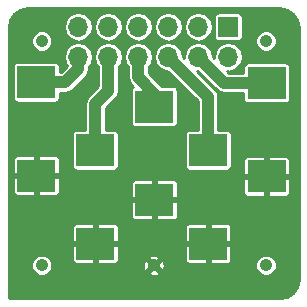
<source format=gbl>
G04 #@! TF.FileFunction,Copper,L2,Bot,Signal*
%FSLAX46Y46*%
G04 Gerber Fmt 4.6, Leading zero omitted, Abs format (unit mm)*
G04 Created by KiCad (PCBNEW 4.0.6) date Sat Aug 26 16:54:20 2017*
%MOMM*%
%LPD*%
G01*
G04 APERTURE LIST*
%ADD10C,0.100000*%
%ADD11R,3.200000X2.700000*%
%ADD12C,1.050000*%
%ADD13R,1.700000X1.700000*%
%ADD14O,1.700000X1.700000*%
%ADD15C,0.600000*%
%ADD16C,1.000000*%
%ADD17C,0.250000*%
G04 APERTURE END LIST*
D10*
D11*
X102750000Y-81300000D03*
X102750000Y-89200000D03*
X107750000Y-87050000D03*
X107750000Y-94950000D03*
X112750000Y-83350000D03*
X112750000Y-91250000D03*
X117300000Y-87050000D03*
X117300000Y-94950000D03*
X122250000Y-81350000D03*
X122250000Y-89250000D03*
D12*
X103200000Y-96800000D03*
X112700000Y-96800000D03*
X122200000Y-96800000D03*
X122200000Y-77800000D03*
X103200000Y-77800000D03*
D13*
X119000000Y-76600000D03*
D14*
X119000000Y-79140000D03*
X116460000Y-76600000D03*
X116460000Y-79140000D03*
X113920000Y-76600000D03*
X113920000Y-79140000D03*
X111380000Y-76600000D03*
X111380000Y-79140000D03*
X108840000Y-76600000D03*
X108840000Y-79140000D03*
X106300000Y-76600000D03*
X106300000Y-79140000D03*
D15*
X123500000Y-86350000D03*
X119400000Y-84700000D03*
X107500000Y-89750000D03*
X107350000Y-92650000D03*
X102050000Y-87100000D03*
X105250000Y-83650000D03*
X124300000Y-93050000D03*
D16*
X118670000Y-81350000D02*
X116460000Y-79140000D01*
X122250000Y-81350000D02*
X118670000Y-81350000D01*
X117300000Y-82520000D02*
X113920000Y-79140000D01*
X117300000Y-87050000D02*
X117300000Y-82520000D01*
X111380000Y-80880000D02*
X111380000Y-79140000D01*
X112750000Y-83350000D02*
X112750000Y-82250000D01*
X112750000Y-82250000D02*
X111380000Y-80880000D01*
X108840000Y-82010000D02*
X108840000Y-79140000D01*
X107750000Y-87050000D02*
X107750000Y-83100000D01*
X107750000Y-83100000D02*
X108840000Y-82010000D01*
X105200000Y-81300000D02*
X106300000Y-80200000D01*
X106300000Y-80200000D02*
X106300000Y-79140000D01*
X105200000Y-81300000D02*
X102750000Y-81300000D01*
D17*
G36*
X123999541Y-75152583D02*
X124507806Y-75492194D01*
X124847418Y-76000460D01*
X124975000Y-76641860D01*
X124975000Y-97958140D01*
X124847418Y-98599540D01*
X124507806Y-99107806D01*
X123999541Y-99447417D01*
X123358140Y-99575000D01*
X100425000Y-99575000D01*
X100425000Y-96978236D01*
X102299844Y-96978236D01*
X102436572Y-97309143D01*
X102689525Y-97562538D01*
X103020194Y-97699843D01*
X103378236Y-97700156D01*
X103709143Y-97563428D01*
X103808527Y-97464217D01*
X112212560Y-97464217D01*
X112266785Y-97608932D01*
X112609326Y-97713141D01*
X112965673Y-97678331D01*
X113133215Y-97608932D01*
X113187440Y-97464217D01*
X112700000Y-96976777D01*
X112212560Y-97464217D01*
X103808527Y-97464217D01*
X103962538Y-97310475D01*
X104099843Y-96979806D01*
X104100079Y-96709326D01*
X111786859Y-96709326D01*
X111821669Y-97065673D01*
X111891068Y-97233215D01*
X112035783Y-97287440D01*
X112523223Y-96800000D01*
X112876777Y-96800000D01*
X113364217Y-97287440D01*
X113508932Y-97233215D01*
X113586502Y-96978236D01*
X121299844Y-96978236D01*
X121436572Y-97309143D01*
X121689525Y-97562538D01*
X122020194Y-97699843D01*
X122378236Y-97700156D01*
X122709143Y-97563428D01*
X122962538Y-97310475D01*
X123099843Y-96979806D01*
X123100156Y-96621764D01*
X122963428Y-96290857D01*
X122710475Y-96037462D01*
X122379806Y-95900157D01*
X122021764Y-95899844D01*
X121690857Y-96036572D01*
X121437462Y-96289525D01*
X121300157Y-96620194D01*
X121299844Y-96978236D01*
X113586502Y-96978236D01*
X113613141Y-96890674D01*
X113578331Y-96534327D01*
X113508932Y-96366785D01*
X113364217Y-96312560D01*
X112876777Y-96800000D01*
X112523223Y-96800000D01*
X112035783Y-96312560D01*
X111891068Y-96366785D01*
X111786859Y-96709326D01*
X104100079Y-96709326D01*
X104100156Y-96621764D01*
X103963428Y-96290857D01*
X103710475Y-96037462D01*
X103379806Y-95900157D01*
X103021764Y-95899844D01*
X102690857Y-96036572D01*
X102437462Y-96289525D01*
X102300157Y-96620194D01*
X102299844Y-96978236D01*
X100425000Y-96978236D01*
X100425000Y-95168750D01*
X105775000Y-95168750D01*
X105775000Y-96374592D01*
X105832090Y-96512420D01*
X105937579Y-96617910D01*
X106075408Y-96675000D01*
X107531250Y-96675000D01*
X107625000Y-96581250D01*
X107625000Y-95075000D01*
X107875000Y-95075000D01*
X107875000Y-96581250D01*
X107968750Y-96675000D01*
X109424592Y-96675000D01*
X109562421Y-96617910D01*
X109667910Y-96512420D01*
X109725000Y-96374592D01*
X109725000Y-96135783D01*
X112212560Y-96135783D01*
X112700000Y-96623223D01*
X113187440Y-96135783D01*
X113133215Y-95991068D01*
X112790674Y-95886859D01*
X112434327Y-95921669D01*
X112266785Y-95991068D01*
X112212560Y-96135783D01*
X109725000Y-96135783D01*
X109725000Y-95168750D01*
X115325000Y-95168750D01*
X115325000Y-96374592D01*
X115382090Y-96512420D01*
X115487579Y-96617910D01*
X115625408Y-96675000D01*
X117081250Y-96675000D01*
X117175000Y-96581250D01*
X117175000Y-95075000D01*
X117425000Y-95075000D01*
X117425000Y-96581250D01*
X117518750Y-96675000D01*
X118974592Y-96675000D01*
X119112421Y-96617910D01*
X119217910Y-96512420D01*
X119275000Y-96374592D01*
X119275000Y-95168750D01*
X119181250Y-95075000D01*
X117425000Y-95075000D01*
X117175000Y-95075000D01*
X115418750Y-95075000D01*
X115325000Y-95168750D01*
X109725000Y-95168750D01*
X109631250Y-95075000D01*
X107875000Y-95075000D01*
X107625000Y-95075000D01*
X105868750Y-95075000D01*
X105775000Y-95168750D01*
X100425000Y-95168750D01*
X100425000Y-93525408D01*
X105775000Y-93525408D01*
X105775000Y-94731250D01*
X105868750Y-94825000D01*
X107625000Y-94825000D01*
X107625000Y-93318750D01*
X107875000Y-93318750D01*
X107875000Y-94825000D01*
X109631250Y-94825000D01*
X109725000Y-94731250D01*
X109725000Y-93525408D01*
X115325000Y-93525408D01*
X115325000Y-94731250D01*
X115418750Y-94825000D01*
X117175000Y-94825000D01*
X117175000Y-93318750D01*
X117425000Y-93318750D01*
X117425000Y-94825000D01*
X119181250Y-94825000D01*
X119275000Y-94731250D01*
X119275000Y-93525408D01*
X119217910Y-93387580D01*
X119112421Y-93282090D01*
X118974592Y-93225000D01*
X117518750Y-93225000D01*
X117425000Y-93318750D01*
X117175000Y-93318750D01*
X117081250Y-93225000D01*
X115625408Y-93225000D01*
X115487579Y-93282090D01*
X115382090Y-93387580D01*
X115325000Y-93525408D01*
X109725000Y-93525408D01*
X109667910Y-93387580D01*
X109562421Y-93282090D01*
X109424592Y-93225000D01*
X107968750Y-93225000D01*
X107875000Y-93318750D01*
X107625000Y-93318750D01*
X107531250Y-93225000D01*
X106075408Y-93225000D01*
X105937579Y-93282090D01*
X105832090Y-93387580D01*
X105775000Y-93525408D01*
X100425000Y-93525408D01*
X100425000Y-91468750D01*
X110775000Y-91468750D01*
X110775000Y-92674592D01*
X110832090Y-92812420D01*
X110937579Y-92917910D01*
X111075408Y-92975000D01*
X112531250Y-92975000D01*
X112625000Y-92881250D01*
X112625000Y-91375000D01*
X112875000Y-91375000D01*
X112875000Y-92881250D01*
X112968750Y-92975000D01*
X114424592Y-92975000D01*
X114562421Y-92917910D01*
X114667910Y-92812420D01*
X114725000Y-92674592D01*
X114725000Y-91468750D01*
X114631250Y-91375000D01*
X112875000Y-91375000D01*
X112625000Y-91375000D01*
X110868750Y-91375000D01*
X110775000Y-91468750D01*
X100425000Y-91468750D01*
X100425000Y-89418750D01*
X100775000Y-89418750D01*
X100775000Y-90624592D01*
X100832090Y-90762420D01*
X100937579Y-90867910D01*
X101075408Y-90925000D01*
X102531250Y-90925000D01*
X102625000Y-90831250D01*
X102625000Y-89325000D01*
X102875000Y-89325000D01*
X102875000Y-90831250D01*
X102968750Y-90925000D01*
X104424592Y-90925000D01*
X104562421Y-90867910D01*
X104667910Y-90762420D01*
X104725000Y-90624592D01*
X104725000Y-89825408D01*
X110775000Y-89825408D01*
X110775000Y-91031250D01*
X110868750Y-91125000D01*
X112625000Y-91125000D01*
X112625000Y-89618750D01*
X112875000Y-89618750D01*
X112875000Y-91125000D01*
X114631250Y-91125000D01*
X114725000Y-91031250D01*
X114725000Y-89825408D01*
X114667910Y-89687580D01*
X114562421Y-89582090D01*
X114424592Y-89525000D01*
X112968750Y-89525000D01*
X112875000Y-89618750D01*
X112625000Y-89618750D01*
X112531250Y-89525000D01*
X111075408Y-89525000D01*
X110937579Y-89582090D01*
X110832090Y-89687580D01*
X110775000Y-89825408D01*
X104725000Y-89825408D01*
X104725000Y-89468750D01*
X120275000Y-89468750D01*
X120275000Y-90674592D01*
X120332090Y-90812420D01*
X120437579Y-90917910D01*
X120575408Y-90975000D01*
X122031250Y-90975000D01*
X122125000Y-90881250D01*
X122125000Y-89375000D01*
X122375000Y-89375000D01*
X122375000Y-90881250D01*
X122468750Y-90975000D01*
X123924592Y-90975000D01*
X124062421Y-90917910D01*
X124167910Y-90812420D01*
X124225000Y-90674592D01*
X124225000Y-89468750D01*
X124131250Y-89375000D01*
X122375000Y-89375000D01*
X122125000Y-89375000D01*
X120368750Y-89375000D01*
X120275000Y-89468750D01*
X104725000Y-89468750D01*
X104725000Y-89418750D01*
X104631250Y-89325000D01*
X102875000Y-89325000D01*
X102625000Y-89325000D01*
X100868750Y-89325000D01*
X100775000Y-89418750D01*
X100425000Y-89418750D01*
X100425000Y-87775408D01*
X100775000Y-87775408D01*
X100775000Y-88981250D01*
X100868750Y-89075000D01*
X102625000Y-89075000D01*
X102625000Y-87568750D01*
X102875000Y-87568750D01*
X102875000Y-89075000D01*
X104631250Y-89075000D01*
X104725000Y-88981250D01*
X104725000Y-87775408D01*
X104667910Y-87637580D01*
X104562421Y-87532090D01*
X104424592Y-87475000D01*
X102968750Y-87475000D01*
X102875000Y-87568750D01*
X102625000Y-87568750D01*
X102531250Y-87475000D01*
X101075408Y-87475000D01*
X100937579Y-87532090D01*
X100832090Y-87637580D01*
X100775000Y-87775408D01*
X100425000Y-87775408D01*
X100425000Y-85700000D01*
X105767654Y-85700000D01*
X105767654Y-88400000D01*
X105793802Y-88538966D01*
X105875931Y-88666599D01*
X106001246Y-88752223D01*
X106150000Y-88782346D01*
X109350000Y-88782346D01*
X109488966Y-88756198D01*
X109616599Y-88674069D01*
X109702223Y-88548754D01*
X109732346Y-88400000D01*
X109732346Y-85700000D01*
X109706198Y-85561034D01*
X109624069Y-85433401D01*
X109498754Y-85347777D01*
X109350000Y-85317654D01*
X108625000Y-85317654D01*
X108625000Y-83462436D01*
X109458719Y-82628718D01*
X109648395Y-82344848D01*
X109715000Y-82010000D01*
X109715000Y-80017044D01*
X109971752Y-79632786D01*
X110065000Y-79163999D01*
X110065000Y-79116001D01*
X110155000Y-79116001D01*
X110155000Y-79163999D01*
X110248248Y-79632786D01*
X110505000Y-80017044D01*
X110505000Y-80880000D01*
X110568971Y-81201605D01*
X110571605Y-81214848D01*
X110761282Y-81498718D01*
X110947347Y-81684783D01*
X110883401Y-81725931D01*
X110797777Y-81851246D01*
X110767654Y-82000000D01*
X110767654Y-84700000D01*
X110793802Y-84838966D01*
X110875931Y-84966599D01*
X111001246Y-85052223D01*
X111150000Y-85082346D01*
X114350000Y-85082346D01*
X114488966Y-85056198D01*
X114616599Y-84974069D01*
X114702223Y-84848754D01*
X114732346Y-84700000D01*
X114732346Y-82000000D01*
X114706198Y-81861034D01*
X114624069Y-81733401D01*
X114498754Y-81647777D01*
X114350000Y-81617654D01*
X113355091Y-81617654D01*
X112255000Y-80517564D01*
X112255000Y-80017044D01*
X112511752Y-79632786D01*
X112605000Y-79163999D01*
X112605000Y-79116001D01*
X112695000Y-79116001D01*
X112695000Y-79163999D01*
X112788248Y-79632786D01*
X113053794Y-80030205D01*
X113451213Y-80295751D01*
X113920000Y-80388999D01*
X113929644Y-80387081D01*
X116425000Y-82882437D01*
X116425000Y-85317654D01*
X115700000Y-85317654D01*
X115561034Y-85343802D01*
X115433401Y-85425931D01*
X115347777Y-85551246D01*
X115317654Y-85700000D01*
X115317654Y-88400000D01*
X115343802Y-88538966D01*
X115425931Y-88666599D01*
X115551246Y-88752223D01*
X115700000Y-88782346D01*
X118900000Y-88782346D01*
X119038966Y-88756198D01*
X119166599Y-88674069D01*
X119252223Y-88548754D01*
X119282346Y-88400000D01*
X119282346Y-87825408D01*
X120275000Y-87825408D01*
X120275000Y-89031250D01*
X120368750Y-89125000D01*
X122125000Y-89125000D01*
X122125000Y-87618750D01*
X122375000Y-87618750D01*
X122375000Y-89125000D01*
X124131250Y-89125000D01*
X124225000Y-89031250D01*
X124225000Y-87825408D01*
X124167910Y-87687580D01*
X124062421Y-87582090D01*
X123924592Y-87525000D01*
X122468750Y-87525000D01*
X122375000Y-87618750D01*
X122125000Y-87618750D01*
X122031250Y-87525000D01*
X120575408Y-87525000D01*
X120437579Y-87582090D01*
X120332090Y-87687580D01*
X120275000Y-87825408D01*
X119282346Y-87825408D01*
X119282346Y-85700000D01*
X119256198Y-85561034D01*
X119174069Y-85433401D01*
X119048754Y-85347777D01*
X118900000Y-85317654D01*
X118175000Y-85317654D01*
X118175000Y-82520000D01*
X118108395Y-82185152D01*
X118101611Y-82174999D01*
X117918719Y-81901282D01*
X116393135Y-80375699D01*
X116460000Y-80388999D01*
X116469645Y-80387081D01*
X118051282Y-81968718D01*
X118335152Y-82158395D01*
X118670000Y-82225000D01*
X120267654Y-82225000D01*
X120267654Y-82700000D01*
X120293802Y-82838966D01*
X120375931Y-82966599D01*
X120501246Y-83052223D01*
X120650000Y-83082346D01*
X123850000Y-83082346D01*
X123988966Y-83056198D01*
X124116599Y-82974069D01*
X124202223Y-82848754D01*
X124232346Y-82700000D01*
X124232346Y-80000000D01*
X124206198Y-79861034D01*
X124124069Y-79733401D01*
X123998754Y-79647777D01*
X123850000Y-79617654D01*
X120650000Y-79617654D01*
X120511034Y-79643802D01*
X120383401Y-79725931D01*
X120297777Y-79851246D01*
X120267654Y-80000000D01*
X120267654Y-80475000D01*
X119032436Y-80475000D01*
X118933135Y-80375699D01*
X119000000Y-80388999D01*
X119468787Y-80295751D01*
X119866206Y-80030205D01*
X120131752Y-79632786D01*
X120225000Y-79163999D01*
X120225000Y-79116001D01*
X120131752Y-78647214D01*
X119866206Y-78249795D01*
X119468787Y-77984249D01*
X119438558Y-77978236D01*
X121299844Y-77978236D01*
X121436572Y-78309143D01*
X121689525Y-78562538D01*
X122020194Y-78699843D01*
X122378236Y-78700156D01*
X122709143Y-78563428D01*
X122962538Y-78310475D01*
X123099843Y-77979806D01*
X123100156Y-77621764D01*
X122963428Y-77290857D01*
X122710475Y-77037462D01*
X122379806Y-76900157D01*
X122021764Y-76899844D01*
X121690857Y-77036572D01*
X121437462Y-77289525D01*
X121300157Y-77620194D01*
X121299844Y-77978236D01*
X119438558Y-77978236D01*
X119000000Y-77891001D01*
X118531213Y-77984249D01*
X118133794Y-78249795D01*
X117868248Y-78647214D01*
X117775000Y-79116001D01*
X117775000Y-79163999D01*
X117788300Y-79230864D01*
X117685000Y-79127564D01*
X117685000Y-79116001D01*
X117591752Y-78647214D01*
X117326206Y-78249795D01*
X116928787Y-77984249D01*
X116460000Y-77891001D01*
X115991213Y-77984249D01*
X115593794Y-78249795D01*
X115328248Y-78647214D01*
X115235000Y-79116001D01*
X115235000Y-79163999D01*
X115248300Y-79230864D01*
X115145000Y-79127564D01*
X115145000Y-79116001D01*
X115051752Y-78647214D01*
X114786206Y-78249795D01*
X114388787Y-77984249D01*
X113920000Y-77891001D01*
X113451213Y-77984249D01*
X113053794Y-78249795D01*
X112788248Y-78647214D01*
X112695000Y-79116001D01*
X112605000Y-79116001D01*
X112511752Y-78647214D01*
X112246206Y-78249795D01*
X111848787Y-77984249D01*
X111380000Y-77891001D01*
X110911213Y-77984249D01*
X110513794Y-78249795D01*
X110248248Y-78647214D01*
X110155000Y-79116001D01*
X110065000Y-79116001D01*
X109971752Y-78647214D01*
X109706206Y-78249795D01*
X109308787Y-77984249D01*
X108840000Y-77891001D01*
X108371213Y-77984249D01*
X107973794Y-78249795D01*
X107708248Y-78647214D01*
X107615000Y-79116001D01*
X107615000Y-79163999D01*
X107708248Y-79632786D01*
X107965000Y-80017044D01*
X107965000Y-81647563D01*
X107131282Y-82481282D01*
X106941605Y-82765152D01*
X106875000Y-83100000D01*
X106875000Y-85317654D01*
X106150000Y-85317654D01*
X106011034Y-85343802D01*
X105883401Y-85425931D01*
X105797777Y-85551246D01*
X105767654Y-85700000D01*
X100425000Y-85700000D01*
X100425000Y-79950000D01*
X100767654Y-79950000D01*
X100767654Y-82650000D01*
X100793802Y-82788966D01*
X100875931Y-82916599D01*
X101001246Y-83002223D01*
X101150000Y-83032346D01*
X104350000Y-83032346D01*
X104488966Y-83006198D01*
X104616599Y-82924069D01*
X104702223Y-82798754D01*
X104732346Y-82650000D01*
X104732346Y-82175000D01*
X105200000Y-82175000D01*
X105534848Y-82108395D01*
X105818718Y-81918718D01*
X106918718Y-80818718D01*
X107108395Y-80534848D01*
X107175000Y-80200000D01*
X107175000Y-80017044D01*
X107431752Y-79632786D01*
X107525000Y-79163999D01*
X107525000Y-79116001D01*
X107431752Y-78647214D01*
X107166206Y-78249795D01*
X106768787Y-77984249D01*
X106300000Y-77891001D01*
X105831213Y-77984249D01*
X105433794Y-78249795D01*
X105168248Y-78647214D01*
X105075000Y-79116001D01*
X105075000Y-79163999D01*
X105168248Y-79632786D01*
X105353111Y-79909453D01*
X104837564Y-80425000D01*
X104732346Y-80425000D01*
X104732346Y-79950000D01*
X104706198Y-79811034D01*
X104624069Y-79683401D01*
X104498754Y-79597777D01*
X104350000Y-79567654D01*
X101150000Y-79567654D01*
X101011034Y-79593802D01*
X100883401Y-79675931D01*
X100797777Y-79801246D01*
X100767654Y-79950000D01*
X100425000Y-79950000D01*
X100425000Y-77978236D01*
X102299844Y-77978236D01*
X102436572Y-78309143D01*
X102689525Y-78562538D01*
X103020194Y-78699843D01*
X103378236Y-78700156D01*
X103709143Y-78563428D01*
X103962538Y-78310475D01*
X104099843Y-77979806D01*
X104100156Y-77621764D01*
X103963428Y-77290857D01*
X103710475Y-77037462D01*
X103379806Y-76900157D01*
X103021764Y-76899844D01*
X102690857Y-77036572D01*
X102437462Y-77289525D01*
X102300157Y-77620194D01*
X102299844Y-77978236D01*
X100425000Y-77978236D01*
X100425000Y-76641860D01*
X100438100Y-76576001D01*
X105075000Y-76576001D01*
X105075000Y-76623999D01*
X105168248Y-77092786D01*
X105433794Y-77490205D01*
X105831213Y-77755751D01*
X106300000Y-77848999D01*
X106768787Y-77755751D01*
X107166206Y-77490205D01*
X107431752Y-77092786D01*
X107525000Y-76623999D01*
X107525000Y-76576001D01*
X107615000Y-76576001D01*
X107615000Y-76623999D01*
X107708248Y-77092786D01*
X107973794Y-77490205D01*
X108371213Y-77755751D01*
X108840000Y-77848999D01*
X109308787Y-77755751D01*
X109706206Y-77490205D01*
X109971752Y-77092786D01*
X110065000Y-76623999D01*
X110065000Y-76576001D01*
X110155000Y-76576001D01*
X110155000Y-76623999D01*
X110248248Y-77092786D01*
X110513794Y-77490205D01*
X110911213Y-77755751D01*
X111380000Y-77848999D01*
X111848787Y-77755751D01*
X112246206Y-77490205D01*
X112511752Y-77092786D01*
X112605000Y-76623999D01*
X112605000Y-76576001D01*
X112695000Y-76576001D01*
X112695000Y-76623999D01*
X112788248Y-77092786D01*
X113053794Y-77490205D01*
X113451213Y-77755751D01*
X113920000Y-77848999D01*
X114388787Y-77755751D01*
X114786206Y-77490205D01*
X115051752Y-77092786D01*
X115145000Y-76623999D01*
X115145000Y-76576001D01*
X115235000Y-76576001D01*
X115235000Y-76623999D01*
X115328248Y-77092786D01*
X115593794Y-77490205D01*
X115991213Y-77755751D01*
X116460000Y-77848999D01*
X116928787Y-77755751D01*
X117326206Y-77490205D01*
X117591752Y-77092786D01*
X117685000Y-76623999D01*
X117685000Y-76576001D01*
X117591752Y-76107214D01*
X117353071Y-75750000D01*
X117767654Y-75750000D01*
X117767654Y-77450000D01*
X117793802Y-77588966D01*
X117875931Y-77716599D01*
X118001246Y-77802223D01*
X118150000Y-77832346D01*
X119850000Y-77832346D01*
X119988966Y-77806198D01*
X120116599Y-77724069D01*
X120202223Y-77598754D01*
X120232346Y-77450000D01*
X120232346Y-75750000D01*
X120206198Y-75611034D01*
X120124069Y-75483401D01*
X119998754Y-75397777D01*
X119850000Y-75367654D01*
X118150000Y-75367654D01*
X118011034Y-75393802D01*
X117883401Y-75475931D01*
X117797777Y-75601246D01*
X117767654Y-75750000D01*
X117353071Y-75750000D01*
X117326206Y-75709795D01*
X116928787Y-75444249D01*
X116460000Y-75351001D01*
X115991213Y-75444249D01*
X115593794Y-75709795D01*
X115328248Y-76107214D01*
X115235000Y-76576001D01*
X115145000Y-76576001D01*
X115051752Y-76107214D01*
X114786206Y-75709795D01*
X114388787Y-75444249D01*
X113920000Y-75351001D01*
X113451213Y-75444249D01*
X113053794Y-75709795D01*
X112788248Y-76107214D01*
X112695000Y-76576001D01*
X112605000Y-76576001D01*
X112511752Y-76107214D01*
X112246206Y-75709795D01*
X111848787Y-75444249D01*
X111380000Y-75351001D01*
X110911213Y-75444249D01*
X110513794Y-75709795D01*
X110248248Y-76107214D01*
X110155000Y-76576001D01*
X110065000Y-76576001D01*
X109971752Y-76107214D01*
X109706206Y-75709795D01*
X109308787Y-75444249D01*
X108840000Y-75351001D01*
X108371213Y-75444249D01*
X107973794Y-75709795D01*
X107708248Y-76107214D01*
X107615000Y-76576001D01*
X107525000Y-76576001D01*
X107431752Y-76107214D01*
X107166206Y-75709795D01*
X106768787Y-75444249D01*
X106300000Y-75351001D01*
X105831213Y-75444249D01*
X105433794Y-75709795D01*
X105168248Y-76107214D01*
X105075000Y-76576001D01*
X100438100Y-76576001D01*
X100552583Y-76000459D01*
X100892194Y-75492194D01*
X101400460Y-75152582D01*
X102041860Y-75025000D01*
X123358140Y-75025000D01*
X123999541Y-75152583D01*
X123999541Y-75152583D01*
G37*
X123999541Y-75152583D02*
X124507806Y-75492194D01*
X124847418Y-76000460D01*
X124975000Y-76641860D01*
X124975000Y-97958140D01*
X124847418Y-98599540D01*
X124507806Y-99107806D01*
X123999541Y-99447417D01*
X123358140Y-99575000D01*
X100425000Y-99575000D01*
X100425000Y-96978236D01*
X102299844Y-96978236D01*
X102436572Y-97309143D01*
X102689525Y-97562538D01*
X103020194Y-97699843D01*
X103378236Y-97700156D01*
X103709143Y-97563428D01*
X103808527Y-97464217D01*
X112212560Y-97464217D01*
X112266785Y-97608932D01*
X112609326Y-97713141D01*
X112965673Y-97678331D01*
X113133215Y-97608932D01*
X113187440Y-97464217D01*
X112700000Y-96976777D01*
X112212560Y-97464217D01*
X103808527Y-97464217D01*
X103962538Y-97310475D01*
X104099843Y-96979806D01*
X104100079Y-96709326D01*
X111786859Y-96709326D01*
X111821669Y-97065673D01*
X111891068Y-97233215D01*
X112035783Y-97287440D01*
X112523223Y-96800000D01*
X112876777Y-96800000D01*
X113364217Y-97287440D01*
X113508932Y-97233215D01*
X113586502Y-96978236D01*
X121299844Y-96978236D01*
X121436572Y-97309143D01*
X121689525Y-97562538D01*
X122020194Y-97699843D01*
X122378236Y-97700156D01*
X122709143Y-97563428D01*
X122962538Y-97310475D01*
X123099843Y-96979806D01*
X123100156Y-96621764D01*
X122963428Y-96290857D01*
X122710475Y-96037462D01*
X122379806Y-95900157D01*
X122021764Y-95899844D01*
X121690857Y-96036572D01*
X121437462Y-96289525D01*
X121300157Y-96620194D01*
X121299844Y-96978236D01*
X113586502Y-96978236D01*
X113613141Y-96890674D01*
X113578331Y-96534327D01*
X113508932Y-96366785D01*
X113364217Y-96312560D01*
X112876777Y-96800000D01*
X112523223Y-96800000D01*
X112035783Y-96312560D01*
X111891068Y-96366785D01*
X111786859Y-96709326D01*
X104100079Y-96709326D01*
X104100156Y-96621764D01*
X103963428Y-96290857D01*
X103710475Y-96037462D01*
X103379806Y-95900157D01*
X103021764Y-95899844D01*
X102690857Y-96036572D01*
X102437462Y-96289525D01*
X102300157Y-96620194D01*
X102299844Y-96978236D01*
X100425000Y-96978236D01*
X100425000Y-95168750D01*
X105775000Y-95168750D01*
X105775000Y-96374592D01*
X105832090Y-96512420D01*
X105937579Y-96617910D01*
X106075408Y-96675000D01*
X107531250Y-96675000D01*
X107625000Y-96581250D01*
X107625000Y-95075000D01*
X107875000Y-95075000D01*
X107875000Y-96581250D01*
X107968750Y-96675000D01*
X109424592Y-96675000D01*
X109562421Y-96617910D01*
X109667910Y-96512420D01*
X109725000Y-96374592D01*
X109725000Y-96135783D01*
X112212560Y-96135783D01*
X112700000Y-96623223D01*
X113187440Y-96135783D01*
X113133215Y-95991068D01*
X112790674Y-95886859D01*
X112434327Y-95921669D01*
X112266785Y-95991068D01*
X112212560Y-96135783D01*
X109725000Y-96135783D01*
X109725000Y-95168750D01*
X115325000Y-95168750D01*
X115325000Y-96374592D01*
X115382090Y-96512420D01*
X115487579Y-96617910D01*
X115625408Y-96675000D01*
X117081250Y-96675000D01*
X117175000Y-96581250D01*
X117175000Y-95075000D01*
X117425000Y-95075000D01*
X117425000Y-96581250D01*
X117518750Y-96675000D01*
X118974592Y-96675000D01*
X119112421Y-96617910D01*
X119217910Y-96512420D01*
X119275000Y-96374592D01*
X119275000Y-95168750D01*
X119181250Y-95075000D01*
X117425000Y-95075000D01*
X117175000Y-95075000D01*
X115418750Y-95075000D01*
X115325000Y-95168750D01*
X109725000Y-95168750D01*
X109631250Y-95075000D01*
X107875000Y-95075000D01*
X107625000Y-95075000D01*
X105868750Y-95075000D01*
X105775000Y-95168750D01*
X100425000Y-95168750D01*
X100425000Y-93525408D01*
X105775000Y-93525408D01*
X105775000Y-94731250D01*
X105868750Y-94825000D01*
X107625000Y-94825000D01*
X107625000Y-93318750D01*
X107875000Y-93318750D01*
X107875000Y-94825000D01*
X109631250Y-94825000D01*
X109725000Y-94731250D01*
X109725000Y-93525408D01*
X115325000Y-93525408D01*
X115325000Y-94731250D01*
X115418750Y-94825000D01*
X117175000Y-94825000D01*
X117175000Y-93318750D01*
X117425000Y-93318750D01*
X117425000Y-94825000D01*
X119181250Y-94825000D01*
X119275000Y-94731250D01*
X119275000Y-93525408D01*
X119217910Y-93387580D01*
X119112421Y-93282090D01*
X118974592Y-93225000D01*
X117518750Y-93225000D01*
X117425000Y-93318750D01*
X117175000Y-93318750D01*
X117081250Y-93225000D01*
X115625408Y-93225000D01*
X115487579Y-93282090D01*
X115382090Y-93387580D01*
X115325000Y-93525408D01*
X109725000Y-93525408D01*
X109667910Y-93387580D01*
X109562421Y-93282090D01*
X109424592Y-93225000D01*
X107968750Y-93225000D01*
X107875000Y-93318750D01*
X107625000Y-93318750D01*
X107531250Y-93225000D01*
X106075408Y-93225000D01*
X105937579Y-93282090D01*
X105832090Y-93387580D01*
X105775000Y-93525408D01*
X100425000Y-93525408D01*
X100425000Y-91468750D01*
X110775000Y-91468750D01*
X110775000Y-92674592D01*
X110832090Y-92812420D01*
X110937579Y-92917910D01*
X111075408Y-92975000D01*
X112531250Y-92975000D01*
X112625000Y-92881250D01*
X112625000Y-91375000D01*
X112875000Y-91375000D01*
X112875000Y-92881250D01*
X112968750Y-92975000D01*
X114424592Y-92975000D01*
X114562421Y-92917910D01*
X114667910Y-92812420D01*
X114725000Y-92674592D01*
X114725000Y-91468750D01*
X114631250Y-91375000D01*
X112875000Y-91375000D01*
X112625000Y-91375000D01*
X110868750Y-91375000D01*
X110775000Y-91468750D01*
X100425000Y-91468750D01*
X100425000Y-89418750D01*
X100775000Y-89418750D01*
X100775000Y-90624592D01*
X100832090Y-90762420D01*
X100937579Y-90867910D01*
X101075408Y-90925000D01*
X102531250Y-90925000D01*
X102625000Y-90831250D01*
X102625000Y-89325000D01*
X102875000Y-89325000D01*
X102875000Y-90831250D01*
X102968750Y-90925000D01*
X104424592Y-90925000D01*
X104562421Y-90867910D01*
X104667910Y-90762420D01*
X104725000Y-90624592D01*
X104725000Y-89825408D01*
X110775000Y-89825408D01*
X110775000Y-91031250D01*
X110868750Y-91125000D01*
X112625000Y-91125000D01*
X112625000Y-89618750D01*
X112875000Y-89618750D01*
X112875000Y-91125000D01*
X114631250Y-91125000D01*
X114725000Y-91031250D01*
X114725000Y-89825408D01*
X114667910Y-89687580D01*
X114562421Y-89582090D01*
X114424592Y-89525000D01*
X112968750Y-89525000D01*
X112875000Y-89618750D01*
X112625000Y-89618750D01*
X112531250Y-89525000D01*
X111075408Y-89525000D01*
X110937579Y-89582090D01*
X110832090Y-89687580D01*
X110775000Y-89825408D01*
X104725000Y-89825408D01*
X104725000Y-89468750D01*
X120275000Y-89468750D01*
X120275000Y-90674592D01*
X120332090Y-90812420D01*
X120437579Y-90917910D01*
X120575408Y-90975000D01*
X122031250Y-90975000D01*
X122125000Y-90881250D01*
X122125000Y-89375000D01*
X122375000Y-89375000D01*
X122375000Y-90881250D01*
X122468750Y-90975000D01*
X123924592Y-90975000D01*
X124062421Y-90917910D01*
X124167910Y-90812420D01*
X124225000Y-90674592D01*
X124225000Y-89468750D01*
X124131250Y-89375000D01*
X122375000Y-89375000D01*
X122125000Y-89375000D01*
X120368750Y-89375000D01*
X120275000Y-89468750D01*
X104725000Y-89468750D01*
X104725000Y-89418750D01*
X104631250Y-89325000D01*
X102875000Y-89325000D01*
X102625000Y-89325000D01*
X100868750Y-89325000D01*
X100775000Y-89418750D01*
X100425000Y-89418750D01*
X100425000Y-87775408D01*
X100775000Y-87775408D01*
X100775000Y-88981250D01*
X100868750Y-89075000D01*
X102625000Y-89075000D01*
X102625000Y-87568750D01*
X102875000Y-87568750D01*
X102875000Y-89075000D01*
X104631250Y-89075000D01*
X104725000Y-88981250D01*
X104725000Y-87775408D01*
X104667910Y-87637580D01*
X104562421Y-87532090D01*
X104424592Y-87475000D01*
X102968750Y-87475000D01*
X102875000Y-87568750D01*
X102625000Y-87568750D01*
X102531250Y-87475000D01*
X101075408Y-87475000D01*
X100937579Y-87532090D01*
X100832090Y-87637580D01*
X100775000Y-87775408D01*
X100425000Y-87775408D01*
X100425000Y-85700000D01*
X105767654Y-85700000D01*
X105767654Y-88400000D01*
X105793802Y-88538966D01*
X105875931Y-88666599D01*
X106001246Y-88752223D01*
X106150000Y-88782346D01*
X109350000Y-88782346D01*
X109488966Y-88756198D01*
X109616599Y-88674069D01*
X109702223Y-88548754D01*
X109732346Y-88400000D01*
X109732346Y-85700000D01*
X109706198Y-85561034D01*
X109624069Y-85433401D01*
X109498754Y-85347777D01*
X109350000Y-85317654D01*
X108625000Y-85317654D01*
X108625000Y-83462436D01*
X109458719Y-82628718D01*
X109648395Y-82344848D01*
X109715000Y-82010000D01*
X109715000Y-80017044D01*
X109971752Y-79632786D01*
X110065000Y-79163999D01*
X110065000Y-79116001D01*
X110155000Y-79116001D01*
X110155000Y-79163999D01*
X110248248Y-79632786D01*
X110505000Y-80017044D01*
X110505000Y-80880000D01*
X110568971Y-81201605D01*
X110571605Y-81214848D01*
X110761282Y-81498718D01*
X110947347Y-81684783D01*
X110883401Y-81725931D01*
X110797777Y-81851246D01*
X110767654Y-82000000D01*
X110767654Y-84700000D01*
X110793802Y-84838966D01*
X110875931Y-84966599D01*
X111001246Y-85052223D01*
X111150000Y-85082346D01*
X114350000Y-85082346D01*
X114488966Y-85056198D01*
X114616599Y-84974069D01*
X114702223Y-84848754D01*
X114732346Y-84700000D01*
X114732346Y-82000000D01*
X114706198Y-81861034D01*
X114624069Y-81733401D01*
X114498754Y-81647777D01*
X114350000Y-81617654D01*
X113355091Y-81617654D01*
X112255000Y-80517564D01*
X112255000Y-80017044D01*
X112511752Y-79632786D01*
X112605000Y-79163999D01*
X112605000Y-79116001D01*
X112695000Y-79116001D01*
X112695000Y-79163999D01*
X112788248Y-79632786D01*
X113053794Y-80030205D01*
X113451213Y-80295751D01*
X113920000Y-80388999D01*
X113929644Y-80387081D01*
X116425000Y-82882437D01*
X116425000Y-85317654D01*
X115700000Y-85317654D01*
X115561034Y-85343802D01*
X115433401Y-85425931D01*
X115347777Y-85551246D01*
X115317654Y-85700000D01*
X115317654Y-88400000D01*
X115343802Y-88538966D01*
X115425931Y-88666599D01*
X115551246Y-88752223D01*
X115700000Y-88782346D01*
X118900000Y-88782346D01*
X119038966Y-88756198D01*
X119166599Y-88674069D01*
X119252223Y-88548754D01*
X119282346Y-88400000D01*
X119282346Y-87825408D01*
X120275000Y-87825408D01*
X120275000Y-89031250D01*
X120368750Y-89125000D01*
X122125000Y-89125000D01*
X122125000Y-87618750D01*
X122375000Y-87618750D01*
X122375000Y-89125000D01*
X124131250Y-89125000D01*
X124225000Y-89031250D01*
X124225000Y-87825408D01*
X124167910Y-87687580D01*
X124062421Y-87582090D01*
X123924592Y-87525000D01*
X122468750Y-87525000D01*
X122375000Y-87618750D01*
X122125000Y-87618750D01*
X122031250Y-87525000D01*
X120575408Y-87525000D01*
X120437579Y-87582090D01*
X120332090Y-87687580D01*
X120275000Y-87825408D01*
X119282346Y-87825408D01*
X119282346Y-85700000D01*
X119256198Y-85561034D01*
X119174069Y-85433401D01*
X119048754Y-85347777D01*
X118900000Y-85317654D01*
X118175000Y-85317654D01*
X118175000Y-82520000D01*
X118108395Y-82185152D01*
X118101611Y-82174999D01*
X117918719Y-81901282D01*
X116393135Y-80375699D01*
X116460000Y-80388999D01*
X116469645Y-80387081D01*
X118051282Y-81968718D01*
X118335152Y-82158395D01*
X118670000Y-82225000D01*
X120267654Y-82225000D01*
X120267654Y-82700000D01*
X120293802Y-82838966D01*
X120375931Y-82966599D01*
X120501246Y-83052223D01*
X120650000Y-83082346D01*
X123850000Y-83082346D01*
X123988966Y-83056198D01*
X124116599Y-82974069D01*
X124202223Y-82848754D01*
X124232346Y-82700000D01*
X124232346Y-80000000D01*
X124206198Y-79861034D01*
X124124069Y-79733401D01*
X123998754Y-79647777D01*
X123850000Y-79617654D01*
X120650000Y-79617654D01*
X120511034Y-79643802D01*
X120383401Y-79725931D01*
X120297777Y-79851246D01*
X120267654Y-80000000D01*
X120267654Y-80475000D01*
X119032436Y-80475000D01*
X118933135Y-80375699D01*
X119000000Y-80388999D01*
X119468787Y-80295751D01*
X119866206Y-80030205D01*
X120131752Y-79632786D01*
X120225000Y-79163999D01*
X120225000Y-79116001D01*
X120131752Y-78647214D01*
X119866206Y-78249795D01*
X119468787Y-77984249D01*
X119438558Y-77978236D01*
X121299844Y-77978236D01*
X121436572Y-78309143D01*
X121689525Y-78562538D01*
X122020194Y-78699843D01*
X122378236Y-78700156D01*
X122709143Y-78563428D01*
X122962538Y-78310475D01*
X123099843Y-77979806D01*
X123100156Y-77621764D01*
X122963428Y-77290857D01*
X122710475Y-77037462D01*
X122379806Y-76900157D01*
X122021764Y-76899844D01*
X121690857Y-77036572D01*
X121437462Y-77289525D01*
X121300157Y-77620194D01*
X121299844Y-77978236D01*
X119438558Y-77978236D01*
X119000000Y-77891001D01*
X118531213Y-77984249D01*
X118133794Y-78249795D01*
X117868248Y-78647214D01*
X117775000Y-79116001D01*
X117775000Y-79163999D01*
X117788300Y-79230864D01*
X117685000Y-79127564D01*
X117685000Y-79116001D01*
X117591752Y-78647214D01*
X117326206Y-78249795D01*
X116928787Y-77984249D01*
X116460000Y-77891001D01*
X115991213Y-77984249D01*
X115593794Y-78249795D01*
X115328248Y-78647214D01*
X115235000Y-79116001D01*
X115235000Y-79163999D01*
X115248300Y-79230864D01*
X115145000Y-79127564D01*
X115145000Y-79116001D01*
X115051752Y-78647214D01*
X114786206Y-78249795D01*
X114388787Y-77984249D01*
X113920000Y-77891001D01*
X113451213Y-77984249D01*
X113053794Y-78249795D01*
X112788248Y-78647214D01*
X112695000Y-79116001D01*
X112605000Y-79116001D01*
X112511752Y-78647214D01*
X112246206Y-78249795D01*
X111848787Y-77984249D01*
X111380000Y-77891001D01*
X110911213Y-77984249D01*
X110513794Y-78249795D01*
X110248248Y-78647214D01*
X110155000Y-79116001D01*
X110065000Y-79116001D01*
X109971752Y-78647214D01*
X109706206Y-78249795D01*
X109308787Y-77984249D01*
X108840000Y-77891001D01*
X108371213Y-77984249D01*
X107973794Y-78249795D01*
X107708248Y-78647214D01*
X107615000Y-79116001D01*
X107615000Y-79163999D01*
X107708248Y-79632786D01*
X107965000Y-80017044D01*
X107965000Y-81647563D01*
X107131282Y-82481282D01*
X106941605Y-82765152D01*
X106875000Y-83100000D01*
X106875000Y-85317654D01*
X106150000Y-85317654D01*
X106011034Y-85343802D01*
X105883401Y-85425931D01*
X105797777Y-85551246D01*
X105767654Y-85700000D01*
X100425000Y-85700000D01*
X100425000Y-79950000D01*
X100767654Y-79950000D01*
X100767654Y-82650000D01*
X100793802Y-82788966D01*
X100875931Y-82916599D01*
X101001246Y-83002223D01*
X101150000Y-83032346D01*
X104350000Y-83032346D01*
X104488966Y-83006198D01*
X104616599Y-82924069D01*
X104702223Y-82798754D01*
X104732346Y-82650000D01*
X104732346Y-82175000D01*
X105200000Y-82175000D01*
X105534848Y-82108395D01*
X105818718Y-81918718D01*
X106918718Y-80818718D01*
X107108395Y-80534848D01*
X107175000Y-80200000D01*
X107175000Y-80017044D01*
X107431752Y-79632786D01*
X107525000Y-79163999D01*
X107525000Y-79116001D01*
X107431752Y-78647214D01*
X107166206Y-78249795D01*
X106768787Y-77984249D01*
X106300000Y-77891001D01*
X105831213Y-77984249D01*
X105433794Y-78249795D01*
X105168248Y-78647214D01*
X105075000Y-79116001D01*
X105075000Y-79163999D01*
X105168248Y-79632786D01*
X105353111Y-79909453D01*
X104837564Y-80425000D01*
X104732346Y-80425000D01*
X104732346Y-79950000D01*
X104706198Y-79811034D01*
X104624069Y-79683401D01*
X104498754Y-79597777D01*
X104350000Y-79567654D01*
X101150000Y-79567654D01*
X101011034Y-79593802D01*
X100883401Y-79675931D01*
X100797777Y-79801246D01*
X100767654Y-79950000D01*
X100425000Y-79950000D01*
X100425000Y-77978236D01*
X102299844Y-77978236D01*
X102436572Y-78309143D01*
X102689525Y-78562538D01*
X103020194Y-78699843D01*
X103378236Y-78700156D01*
X103709143Y-78563428D01*
X103962538Y-78310475D01*
X104099843Y-77979806D01*
X104100156Y-77621764D01*
X103963428Y-77290857D01*
X103710475Y-77037462D01*
X103379806Y-76900157D01*
X103021764Y-76899844D01*
X102690857Y-77036572D01*
X102437462Y-77289525D01*
X102300157Y-77620194D01*
X102299844Y-77978236D01*
X100425000Y-77978236D01*
X100425000Y-76641860D01*
X100438100Y-76576001D01*
X105075000Y-76576001D01*
X105075000Y-76623999D01*
X105168248Y-77092786D01*
X105433794Y-77490205D01*
X105831213Y-77755751D01*
X106300000Y-77848999D01*
X106768787Y-77755751D01*
X107166206Y-77490205D01*
X107431752Y-77092786D01*
X107525000Y-76623999D01*
X107525000Y-76576001D01*
X107615000Y-76576001D01*
X107615000Y-76623999D01*
X107708248Y-77092786D01*
X107973794Y-77490205D01*
X108371213Y-77755751D01*
X108840000Y-77848999D01*
X109308787Y-77755751D01*
X109706206Y-77490205D01*
X109971752Y-77092786D01*
X110065000Y-76623999D01*
X110065000Y-76576001D01*
X110155000Y-76576001D01*
X110155000Y-76623999D01*
X110248248Y-77092786D01*
X110513794Y-77490205D01*
X110911213Y-77755751D01*
X111380000Y-77848999D01*
X111848787Y-77755751D01*
X112246206Y-77490205D01*
X112511752Y-77092786D01*
X112605000Y-76623999D01*
X112605000Y-76576001D01*
X112695000Y-76576001D01*
X112695000Y-76623999D01*
X112788248Y-77092786D01*
X113053794Y-77490205D01*
X113451213Y-77755751D01*
X113920000Y-77848999D01*
X114388787Y-77755751D01*
X114786206Y-77490205D01*
X115051752Y-77092786D01*
X115145000Y-76623999D01*
X115145000Y-76576001D01*
X115235000Y-76576001D01*
X115235000Y-76623999D01*
X115328248Y-77092786D01*
X115593794Y-77490205D01*
X115991213Y-77755751D01*
X116460000Y-77848999D01*
X116928787Y-77755751D01*
X117326206Y-77490205D01*
X117591752Y-77092786D01*
X117685000Y-76623999D01*
X117685000Y-76576001D01*
X117591752Y-76107214D01*
X117353071Y-75750000D01*
X117767654Y-75750000D01*
X117767654Y-77450000D01*
X117793802Y-77588966D01*
X117875931Y-77716599D01*
X118001246Y-77802223D01*
X118150000Y-77832346D01*
X119850000Y-77832346D01*
X119988966Y-77806198D01*
X120116599Y-77724069D01*
X120202223Y-77598754D01*
X120232346Y-77450000D01*
X120232346Y-75750000D01*
X120206198Y-75611034D01*
X120124069Y-75483401D01*
X119998754Y-75397777D01*
X119850000Y-75367654D01*
X118150000Y-75367654D01*
X118011034Y-75393802D01*
X117883401Y-75475931D01*
X117797777Y-75601246D01*
X117767654Y-75750000D01*
X117353071Y-75750000D01*
X117326206Y-75709795D01*
X116928787Y-75444249D01*
X116460000Y-75351001D01*
X115991213Y-75444249D01*
X115593794Y-75709795D01*
X115328248Y-76107214D01*
X115235000Y-76576001D01*
X115145000Y-76576001D01*
X115051752Y-76107214D01*
X114786206Y-75709795D01*
X114388787Y-75444249D01*
X113920000Y-75351001D01*
X113451213Y-75444249D01*
X113053794Y-75709795D01*
X112788248Y-76107214D01*
X112695000Y-76576001D01*
X112605000Y-76576001D01*
X112511752Y-76107214D01*
X112246206Y-75709795D01*
X111848787Y-75444249D01*
X111380000Y-75351001D01*
X110911213Y-75444249D01*
X110513794Y-75709795D01*
X110248248Y-76107214D01*
X110155000Y-76576001D01*
X110065000Y-76576001D01*
X109971752Y-76107214D01*
X109706206Y-75709795D01*
X109308787Y-75444249D01*
X108840000Y-75351001D01*
X108371213Y-75444249D01*
X107973794Y-75709795D01*
X107708248Y-76107214D01*
X107615000Y-76576001D01*
X107525000Y-76576001D01*
X107431752Y-76107214D01*
X107166206Y-75709795D01*
X106768787Y-75444249D01*
X106300000Y-75351001D01*
X105831213Y-75444249D01*
X105433794Y-75709795D01*
X105168248Y-76107214D01*
X105075000Y-76576001D01*
X100438100Y-76576001D01*
X100552583Y-76000459D01*
X100892194Y-75492194D01*
X101400460Y-75152582D01*
X102041860Y-75025000D01*
X123358140Y-75025000D01*
X123999541Y-75152583D01*
M02*

</source>
